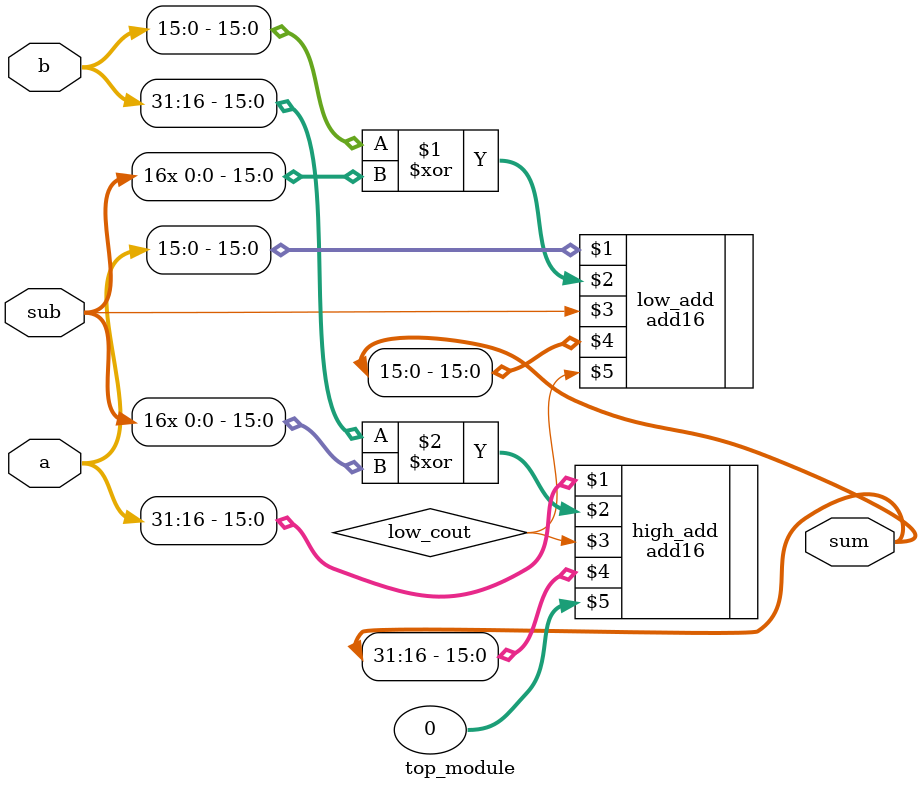
<source format=sv>
module top_module(
  input [31:0] a,
  input [31:0] b,
  input sub,
  output [31:0] sum
);
  wire low_cout;
  add16 low_add ( a[15:0], b[15:0]  ^ { 16{sub} },      sub,  sum[15:0], low_cout);
  add16 high_add(a[31:16], b[31:16] ^ { 16{sub} }, low_cout, sum[31:16],        0);
endmodule

</source>
